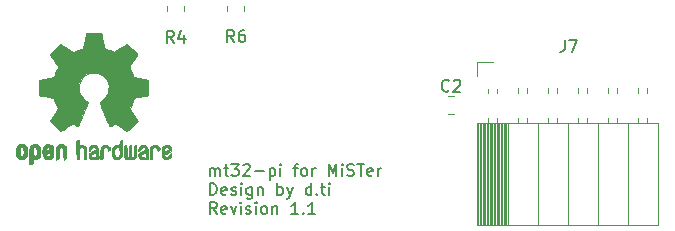
<source format=gto>
G04 #@! TF.GenerationSoftware,KiCad,Pcbnew,(6.0.4)*
G04 #@! TF.CreationDate,2022-03-24T17:42:47+01:00*
G04 #@! TF.ProjectId,MT32pi-MiSTer,4d543332-7069-42d4-9d69-535465722e6b,rev?*
G04 #@! TF.SameCoordinates,Original*
G04 #@! TF.FileFunction,Legend,Top*
G04 #@! TF.FilePolarity,Positive*
%FSLAX46Y46*%
G04 Gerber Fmt 4.6, Leading zero omitted, Abs format (unit mm)*
G04 Created by KiCad (PCBNEW (6.0.4)) date 2022-03-24 17:42:47*
%MOMM*%
%LPD*%
G01*
G04 APERTURE LIST*
%ADD10C,0.150000*%
%ADD11C,0.120000*%
%ADD12C,0.010000*%
G04 APERTURE END LIST*
D10*
X97635595Y-73942380D02*
X97635595Y-73275714D01*
X97635595Y-73370952D02*
X97683214Y-73323333D01*
X97778452Y-73275714D01*
X97921309Y-73275714D01*
X98016547Y-73323333D01*
X98064166Y-73418571D01*
X98064166Y-73942380D01*
X98064166Y-73418571D02*
X98111785Y-73323333D01*
X98207023Y-73275714D01*
X98349880Y-73275714D01*
X98445119Y-73323333D01*
X98492738Y-73418571D01*
X98492738Y-73942380D01*
X98826071Y-73275714D02*
X99207023Y-73275714D01*
X98968928Y-72942380D02*
X98968928Y-73799523D01*
X99016547Y-73894761D01*
X99111785Y-73942380D01*
X99207023Y-73942380D01*
X99445119Y-72942380D02*
X100064166Y-72942380D01*
X99730833Y-73323333D01*
X99873690Y-73323333D01*
X99968928Y-73370952D01*
X100016547Y-73418571D01*
X100064166Y-73513809D01*
X100064166Y-73751904D01*
X100016547Y-73847142D01*
X99968928Y-73894761D01*
X99873690Y-73942380D01*
X99587976Y-73942380D01*
X99492738Y-73894761D01*
X99445119Y-73847142D01*
X100445119Y-73037619D02*
X100492738Y-72990000D01*
X100587976Y-72942380D01*
X100826071Y-72942380D01*
X100921309Y-72990000D01*
X100968928Y-73037619D01*
X101016547Y-73132857D01*
X101016547Y-73228095D01*
X100968928Y-73370952D01*
X100397500Y-73942380D01*
X101016547Y-73942380D01*
X101445119Y-73561428D02*
X102207023Y-73561428D01*
X102683214Y-73275714D02*
X102683214Y-74275714D01*
X102683214Y-73323333D02*
X102778452Y-73275714D01*
X102968928Y-73275714D01*
X103064166Y-73323333D01*
X103111785Y-73370952D01*
X103159404Y-73466190D01*
X103159404Y-73751904D01*
X103111785Y-73847142D01*
X103064166Y-73894761D01*
X102968928Y-73942380D01*
X102778452Y-73942380D01*
X102683214Y-73894761D01*
X103587976Y-73942380D02*
X103587976Y-73275714D01*
X103587976Y-72942380D02*
X103540357Y-72990000D01*
X103587976Y-73037619D01*
X103635595Y-72990000D01*
X103587976Y-72942380D01*
X103587976Y-73037619D01*
X104683214Y-73275714D02*
X105064166Y-73275714D01*
X104826071Y-73942380D02*
X104826071Y-73085238D01*
X104873690Y-72990000D01*
X104968928Y-72942380D01*
X105064166Y-72942380D01*
X105540357Y-73942380D02*
X105445119Y-73894761D01*
X105397500Y-73847142D01*
X105349880Y-73751904D01*
X105349880Y-73466190D01*
X105397500Y-73370952D01*
X105445119Y-73323333D01*
X105540357Y-73275714D01*
X105683214Y-73275714D01*
X105778452Y-73323333D01*
X105826071Y-73370952D01*
X105873690Y-73466190D01*
X105873690Y-73751904D01*
X105826071Y-73847142D01*
X105778452Y-73894761D01*
X105683214Y-73942380D01*
X105540357Y-73942380D01*
X106302261Y-73942380D02*
X106302261Y-73275714D01*
X106302261Y-73466190D02*
X106349880Y-73370952D01*
X106397500Y-73323333D01*
X106492738Y-73275714D01*
X106587976Y-73275714D01*
X107683214Y-73942380D02*
X107683214Y-72942380D01*
X108016547Y-73656666D01*
X108349880Y-72942380D01*
X108349880Y-73942380D01*
X108826071Y-73942380D02*
X108826071Y-73275714D01*
X108826071Y-72942380D02*
X108778452Y-72990000D01*
X108826071Y-73037619D01*
X108873690Y-72990000D01*
X108826071Y-72942380D01*
X108826071Y-73037619D01*
X109254642Y-73894761D02*
X109397500Y-73942380D01*
X109635595Y-73942380D01*
X109730833Y-73894761D01*
X109778452Y-73847142D01*
X109826071Y-73751904D01*
X109826071Y-73656666D01*
X109778452Y-73561428D01*
X109730833Y-73513809D01*
X109635595Y-73466190D01*
X109445119Y-73418571D01*
X109349880Y-73370952D01*
X109302261Y-73323333D01*
X109254642Y-73228095D01*
X109254642Y-73132857D01*
X109302261Y-73037619D01*
X109349880Y-72990000D01*
X109445119Y-72942380D01*
X109683214Y-72942380D01*
X109826071Y-72990000D01*
X110111785Y-72942380D02*
X110683214Y-72942380D01*
X110397500Y-73942380D02*
X110397500Y-72942380D01*
X111397500Y-73894761D02*
X111302261Y-73942380D01*
X111111785Y-73942380D01*
X111016547Y-73894761D01*
X110968928Y-73799523D01*
X110968928Y-73418571D01*
X111016547Y-73323333D01*
X111111785Y-73275714D01*
X111302261Y-73275714D01*
X111397500Y-73323333D01*
X111445119Y-73418571D01*
X111445119Y-73513809D01*
X110968928Y-73609047D01*
X111873690Y-73942380D02*
X111873690Y-73275714D01*
X111873690Y-73466190D02*
X111921309Y-73370952D01*
X111968928Y-73323333D01*
X112064166Y-73275714D01*
X112159404Y-73275714D01*
X97635595Y-75552380D02*
X97635595Y-74552380D01*
X97873690Y-74552380D01*
X98016547Y-74600000D01*
X98111785Y-74695238D01*
X98159404Y-74790476D01*
X98207023Y-74980952D01*
X98207023Y-75123809D01*
X98159404Y-75314285D01*
X98111785Y-75409523D01*
X98016547Y-75504761D01*
X97873690Y-75552380D01*
X97635595Y-75552380D01*
X99016547Y-75504761D02*
X98921309Y-75552380D01*
X98730833Y-75552380D01*
X98635595Y-75504761D01*
X98587976Y-75409523D01*
X98587976Y-75028571D01*
X98635595Y-74933333D01*
X98730833Y-74885714D01*
X98921309Y-74885714D01*
X99016547Y-74933333D01*
X99064166Y-75028571D01*
X99064166Y-75123809D01*
X98587976Y-75219047D01*
X99445119Y-75504761D02*
X99540357Y-75552380D01*
X99730833Y-75552380D01*
X99826071Y-75504761D01*
X99873690Y-75409523D01*
X99873690Y-75361904D01*
X99826071Y-75266666D01*
X99730833Y-75219047D01*
X99587976Y-75219047D01*
X99492738Y-75171428D01*
X99445119Y-75076190D01*
X99445119Y-75028571D01*
X99492738Y-74933333D01*
X99587976Y-74885714D01*
X99730833Y-74885714D01*
X99826071Y-74933333D01*
X100302261Y-75552380D02*
X100302261Y-74885714D01*
X100302261Y-74552380D02*
X100254642Y-74600000D01*
X100302261Y-74647619D01*
X100349880Y-74600000D01*
X100302261Y-74552380D01*
X100302261Y-74647619D01*
X101207023Y-74885714D02*
X101207023Y-75695238D01*
X101159404Y-75790476D01*
X101111785Y-75838095D01*
X101016547Y-75885714D01*
X100873690Y-75885714D01*
X100778452Y-75838095D01*
X101207023Y-75504761D02*
X101111785Y-75552380D01*
X100921309Y-75552380D01*
X100826071Y-75504761D01*
X100778452Y-75457142D01*
X100730833Y-75361904D01*
X100730833Y-75076190D01*
X100778452Y-74980952D01*
X100826071Y-74933333D01*
X100921309Y-74885714D01*
X101111785Y-74885714D01*
X101207023Y-74933333D01*
X101683214Y-74885714D02*
X101683214Y-75552380D01*
X101683214Y-74980952D02*
X101730833Y-74933333D01*
X101826071Y-74885714D01*
X101968928Y-74885714D01*
X102064166Y-74933333D01*
X102111785Y-75028571D01*
X102111785Y-75552380D01*
X103349880Y-75552380D02*
X103349880Y-74552380D01*
X103349880Y-74933333D02*
X103445119Y-74885714D01*
X103635595Y-74885714D01*
X103730833Y-74933333D01*
X103778452Y-74980952D01*
X103826071Y-75076190D01*
X103826071Y-75361904D01*
X103778452Y-75457142D01*
X103730833Y-75504761D01*
X103635595Y-75552380D01*
X103445119Y-75552380D01*
X103349880Y-75504761D01*
X104159404Y-74885714D02*
X104397500Y-75552380D01*
X104635595Y-74885714D02*
X104397500Y-75552380D01*
X104302261Y-75790476D01*
X104254642Y-75838095D01*
X104159404Y-75885714D01*
X106207023Y-75552380D02*
X106207023Y-74552380D01*
X106207023Y-75504761D02*
X106111785Y-75552380D01*
X105921309Y-75552380D01*
X105826071Y-75504761D01*
X105778452Y-75457142D01*
X105730833Y-75361904D01*
X105730833Y-75076190D01*
X105778452Y-74980952D01*
X105826071Y-74933333D01*
X105921309Y-74885714D01*
X106111785Y-74885714D01*
X106207023Y-74933333D01*
X106683214Y-75457142D02*
X106730833Y-75504761D01*
X106683214Y-75552380D01*
X106635595Y-75504761D01*
X106683214Y-75457142D01*
X106683214Y-75552380D01*
X107016547Y-74885714D02*
X107397500Y-74885714D01*
X107159404Y-74552380D02*
X107159404Y-75409523D01*
X107207023Y-75504761D01*
X107302261Y-75552380D01*
X107397500Y-75552380D01*
X107730833Y-75552380D02*
X107730833Y-74885714D01*
X107730833Y-74552380D02*
X107683214Y-74600000D01*
X107730833Y-74647619D01*
X107778452Y-74600000D01*
X107730833Y-74552380D01*
X107730833Y-74647619D01*
X98207023Y-77162380D02*
X97873690Y-76686190D01*
X97635595Y-77162380D02*
X97635595Y-76162380D01*
X98016547Y-76162380D01*
X98111785Y-76210000D01*
X98159404Y-76257619D01*
X98207023Y-76352857D01*
X98207023Y-76495714D01*
X98159404Y-76590952D01*
X98111785Y-76638571D01*
X98016547Y-76686190D01*
X97635595Y-76686190D01*
X99016547Y-77114761D02*
X98921309Y-77162380D01*
X98730833Y-77162380D01*
X98635595Y-77114761D01*
X98587976Y-77019523D01*
X98587976Y-76638571D01*
X98635595Y-76543333D01*
X98730833Y-76495714D01*
X98921309Y-76495714D01*
X99016547Y-76543333D01*
X99064166Y-76638571D01*
X99064166Y-76733809D01*
X98587976Y-76829047D01*
X99397500Y-76495714D02*
X99635595Y-77162380D01*
X99873690Y-76495714D01*
X100254642Y-77162380D02*
X100254642Y-76495714D01*
X100254642Y-76162380D02*
X100207023Y-76210000D01*
X100254642Y-76257619D01*
X100302261Y-76210000D01*
X100254642Y-76162380D01*
X100254642Y-76257619D01*
X100683214Y-77114761D02*
X100778452Y-77162380D01*
X100968928Y-77162380D01*
X101064166Y-77114761D01*
X101111785Y-77019523D01*
X101111785Y-76971904D01*
X101064166Y-76876666D01*
X100968928Y-76829047D01*
X100826071Y-76829047D01*
X100730833Y-76781428D01*
X100683214Y-76686190D01*
X100683214Y-76638571D01*
X100730833Y-76543333D01*
X100826071Y-76495714D01*
X100968928Y-76495714D01*
X101064166Y-76543333D01*
X101540357Y-77162380D02*
X101540357Y-76495714D01*
X101540357Y-76162380D02*
X101492738Y-76210000D01*
X101540357Y-76257619D01*
X101587976Y-76210000D01*
X101540357Y-76162380D01*
X101540357Y-76257619D01*
X102159404Y-77162380D02*
X102064166Y-77114761D01*
X102016547Y-77067142D01*
X101968928Y-76971904D01*
X101968928Y-76686190D01*
X102016547Y-76590952D01*
X102064166Y-76543333D01*
X102159404Y-76495714D01*
X102302261Y-76495714D01*
X102397500Y-76543333D01*
X102445119Y-76590952D01*
X102492738Y-76686190D01*
X102492738Y-76971904D01*
X102445119Y-77067142D01*
X102397500Y-77114761D01*
X102302261Y-77162380D01*
X102159404Y-77162380D01*
X102921309Y-76495714D02*
X102921309Y-77162380D01*
X102921309Y-76590952D02*
X102968928Y-76543333D01*
X103064166Y-76495714D01*
X103207023Y-76495714D01*
X103302261Y-76543333D01*
X103349880Y-76638571D01*
X103349880Y-77162380D01*
X105111785Y-77162380D02*
X104540357Y-77162380D01*
X104826071Y-77162380D02*
X104826071Y-76162380D01*
X104730833Y-76305238D01*
X104635595Y-76400476D01*
X104540357Y-76448095D01*
X105540357Y-77067142D02*
X105587976Y-77114761D01*
X105540357Y-77162380D01*
X105492738Y-77114761D01*
X105540357Y-77067142D01*
X105540357Y-77162380D01*
X106540357Y-77162380D02*
X105968928Y-77162380D01*
X106254642Y-77162380D02*
X106254642Y-76162380D01*
X106159404Y-76305238D01*
X106064166Y-76400476D01*
X105968928Y-76448095D01*
X127666666Y-62452380D02*
X127666666Y-63166666D01*
X127619047Y-63309523D01*
X127523809Y-63404761D01*
X127380952Y-63452380D01*
X127285714Y-63452380D01*
X128047619Y-62452380D02*
X128714285Y-62452380D01*
X128285714Y-63452380D01*
X94583333Y-62652380D02*
X94250000Y-62176190D01*
X94011904Y-62652380D02*
X94011904Y-61652380D01*
X94392857Y-61652380D01*
X94488095Y-61700000D01*
X94535714Y-61747619D01*
X94583333Y-61842857D01*
X94583333Y-61985714D01*
X94535714Y-62080952D01*
X94488095Y-62128571D01*
X94392857Y-62176190D01*
X94011904Y-62176190D01*
X95440476Y-61985714D02*
X95440476Y-62652380D01*
X95202380Y-61604761D02*
X94964285Y-62319047D01*
X95583333Y-62319047D01*
X117883333Y-66707142D02*
X117835714Y-66754761D01*
X117692857Y-66802380D01*
X117597619Y-66802380D01*
X117454761Y-66754761D01*
X117359523Y-66659523D01*
X117311904Y-66564285D01*
X117264285Y-66373809D01*
X117264285Y-66230952D01*
X117311904Y-66040476D01*
X117359523Y-65945238D01*
X117454761Y-65850000D01*
X117597619Y-65802380D01*
X117692857Y-65802380D01*
X117835714Y-65850000D01*
X117883333Y-65897619D01*
X118264285Y-65897619D02*
X118311904Y-65850000D01*
X118407142Y-65802380D01*
X118645238Y-65802380D01*
X118740476Y-65850000D01*
X118788095Y-65897619D01*
X118835714Y-65992857D01*
X118835714Y-66088095D01*
X118788095Y-66230952D01*
X118216666Y-66802380D01*
X118835714Y-66802380D01*
X99683333Y-62602380D02*
X99350000Y-62126190D01*
X99111904Y-62602380D02*
X99111904Y-61602380D01*
X99492857Y-61602380D01*
X99588095Y-61650000D01*
X99635714Y-61697619D01*
X99683333Y-61792857D01*
X99683333Y-61935714D01*
X99635714Y-62030952D01*
X99588095Y-62078571D01*
X99492857Y-62126190D01*
X99111904Y-62126190D01*
X100540476Y-61602380D02*
X100350000Y-61602380D01*
X100254761Y-61650000D01*
X100207142Y-61697619D01*
X100111904Y-61840476D01*
X100064285Y-62030952D01*
X100064285Y-62411904D01*
X100111904Y-62507142D01*
X100159523Y-62554761D01*
X100254761Y-62602380D01*
X100445238Y-62602380D01*
X100540476Y-62554761D01*
X100588095Y-62507142D01*
X100635714Y-62411904D01*
X100635714Y-62173809D01*
X100588095Y-62078571D01*
X100540476Y-62030952D01*
X100445238Y-61983333D01*
X100254761Y-61983333D01*
X100159523Y-62030952D01*
X100111904Y-62078571D01*
X100064285Y-62173809D01*
D11*
X133920000Y-66940000D02*
X133920000Y-66500000D01*
X121940000Y-69450000D02*
X121940000Y-69040000D01*
X122023330Y-78080000D02*
X122023330Y-69450000D01*
X133920000Y-69450000D02*
X133920000Y-69040000D01*
X121787140Y-78080000D02*
X121787140Y-69450000D01*
X134640000Y-69450000D02*
X134640000Y-69040000D01*
X120250000Y-65450000D02*
X120250000Y-64340000D01*
X124480000Y-69450000D02*
X124480000Y-69040000D01*
X127020000Y-69450000D02*
X127020000Y-69040000D01*
X120842380Y-78080000D02*
X120842380Y-69450000D01*
X127930000Y-78080000D02*
X127930000Y-69450000D01*
X120250000Y-69450000D02*
X135610000Y-69450000D01*
X121078570Y-78080000D02*
X121078570Y-69450000D01*
X131380000Y-66940000D02*
X131380000Y-66500000D01*
X122613805Y-78080000D02*
X122613805Y-69450000D01*
X121550950Y-78080000D02*
X121550950Y-69450000D01*
X135610000Y-78080000D02*
X135610000Y-69450000D01*
X134640000Y-66940000D02*
X134640000Y-66500000D01*
X124480000Y-66940000D02*
X124480000Y-66500000D01*
X120960475Y-78080000D02*
X120960475Y-69450000D01*
X125390000Y-78080000D02*
X125390000Y-69450000D01*
X121905235Y-78080000D02*
X121905235Y-69450000D01*
X120250000Y-64340000D02*
X121580000Y-64340000D01*
X129560000Y-69450000D02*
X129560000Y-69040000D01*
X120724285Y-78080000D02*
X120724285Y-69450000D01*
X122495710Y-78080000D02*
X122495710Y-69450000D01*
X122141425Y-78080000D02*
X122141425Y-69450000D01*
X131380000Y-69450000D02*
X131380000Y-69040000D01*
X122259520Y-78080000D02*
X122259520Y-69450000D01*
X121940000Y-66940000D02*
X121940000Y-66560000D01*
X121196665Y-78080000D02*
X121196665Y-69450000D01*
X121669045Y-78080000D02*
X121669045Y-69450000D01*
X126300000Y-66940000D02*
X126300000Y-66500000D01*
X121432855Y-78080000D02*
X121432855Y-69450000D01*
X120250000Y-78080000D02*
X120250000Y-69450000D01*
X122377615Y-78080000D02*
X122377615Y-69450000D01*
X122850000Y-78080000D02*
X122850000Y-69450000D01*
X133010000Y-78080000D02*
X133010000Y-69450000D01*
X120488095Y-78080000D02*
X120488095Y-69450000D01*
X130470000Y-78080000D02*
X130470000Y-69450000D01*
X121220000Y-69450000D02*
X121220000Y-69040000D01*
X126300000Y-69450000D02*
X126300000Y-69040000D01*
X121220000Y-66940000D02*
X121220000Y-66560000D01*
X120250000Y-78080000D02*
X135610000Y-78080000D01*
X120606190Y-78080000D02*
X120606190Y-69450000D01*
X120370000Y-78080000D02*
X120370000Y-69450000D01*
X128840000Y-66940000D02*
X128840000Y-66500000D01*
X127020000Y-66940000D02*
X127020000Y-66500000D01*
X132100000Y-69450000D02*
X132100000Y-69040000D01*
X122731900Y-78080000D02*
X122731900Y-69450000D01*
X128840000Y-69450000D02*
X128840000Y-69040000D01*
X132100000Y-66940000D02*
X132100000Y-66500000D01*
X129560000Y-66940000D02*
X129560000Y-66500000D01*
X121314760Y-78080000D02*
X121314760Y-69450000D01*
X123760000Y-69450000D02*
X123760000Y-69040000D01*
X123760000Y-66940000D02*
X123760000Y-66500000D01*
X95477000Y-59566436D02*
X95477000Y-60020564D01*
X94007000Y-59566436D02*
X94007000Y-60020564D01*
X118311252Y-67215000D02*
X117788748Y-67215000D01*
X118311252Y-68685000D02*
X117788748Y-68685000D01*
X99087000Y-59566436D02*
X99087000Y-60020564D01*
X100557000Y-59566436D02*
X100557000Y-60020564D01*
G36*
X85217429Y-71277719D02*
G01*
X85311123Y-71331914D01*
X85376264Y-71385707D01*
X85423907Y-71442066D01*
X85456728Y-71510987D01*
X85477406Y-71602468D01*
X85488620Y-71726506D01*
X85493049Y-71893098D01*
X85493563Y-72012851D01*
X85493563Y-72453659D01*
X85369483Y-72509283D01*
X85245402Y-72564907D01*
X85230805Y-72082095D01*
X85224773Y-71901779D01*
X85218445Y-71770901D01*
X85210606Y-71680511D01*
X85200037Y-71621664D01*
X85185523Y-71585413D01*
X85165848Y-71562810D01*
X85159535Y-71557917D01*
X85063888Y-71519706D01*
X84967207Y-71534827D01*
X84909655Y-71574943D01*
X84886245Y-71603370D01*
X84870039Y-71640672D01*
X84859741Y-71697223D01*
X84854049Y-71783394D01*
X84851664Y-71909558D01*
X84851264Y-72041042D01*
X84851186Y-72205999D01*
X84848361Y-72322761D01*
X84838907Y-72401510D01*
X84818940Y-72452431D01*
X84784576Y-72485706D01*
X84731932Y-72511520D01*
X84661617Y-72538344D01*
X84584820Y-72567542D01*
X84593962Y-72049346D01*
X84597643Y-71862539D01*
X84601950Y-71724490D01*
X84608123Y-71625568D01*
X84617402Y-71556145D01*
X84631027Y-71506590D01*
X84650239Y-71467273D01*
X84673402Y-71432584D01*
X84785152Y-71321770D01*
X84921513Y-71257689D01*
X85069825Y-71242339D01*
X85217429Y-71277719D01*
G37*
D12*
X85217429Y-71277719D02*
X85311123Y-71331914D01*
X85376264Y-71385707D01*
X85423907Y-71442066D01*
X85456728Y-71510987D01*
X85477406Y-71602468D01*
X85488620Y-71726506D01*
X85493049Y-71893098D01*
X85493563Y-72012851D01*
X85493563Y-72453659D01*
X85369483Y-72509283D01*
X85245402Y-72564907D01*
X85230805Y-72082095D01*
X85224773Y-71901779D01*
X85218445Y-71770901D01*
X85210606Y-71680511D01*
X85200037Y-71621664D01*
X85185523Y-71585413D01*
X85165848Y-71562810D01*
X85159535Y-71557917D01*
X85063888Y-71519706D01*
X84967207Y-71534827D01*
X84909655Y-71574943D01*
X84886245Y-71603370D01*
X84870039Y-71640672D01*
X84859741Y-71697223D01*
X84854049Y-71783394D01*
X84851664Y-71909558D01*
X84851264Y-72041042D01*
X84851186Y-72205999D01*
X84848361Y-72322761D01*
X84838907Y-72401510D01*
X84818940Y-72452431D01*
X84784576Y-72485706D01*
X84731932Y-72511520D01*
X84661617Y-72538344D01*
X84584820Y-72567542D01*
X84593962Y-72049346D01*
X84597643Y-71862539D01*
X84601950Y-71724490D01*
X84608123Y-71625568D01*
X84617402Y-71556145D01*
X84631027Y-71506590D01*
X84650239Y-71467273D01*
X84673402Y-71432584D01*
X84785152Y-71321770D01*
X84921513Y-71257689D01*
X85069825Y-71242339D01*
X85217429Y-71277719D01*
G36*
X82356247Y-71725382D02*
G01*
X82361826Y-71630087D01*
X82369746Y-71562364D01*
X82380731Y-71514507D01*
X82395501Y-71478813D01*
X82414782Y-71447578D01*
X82423049Y-71435824D01*
X82532712Y-71324797D01*
X82671365Y-71261847D01*
X82831754Y-71244297D01*
X82971900Y-71261903D01*
X83083450Y-71317522D01*
X83181908Y-71419931D01*
X83209023Y-71457864D01*
X83238562Y-71507500D01*
X83257728Y-71561412D01*
X83268693Y-71633364D01*
X83273629Y-71737122D01*
X83274713Y-71874101D01*
X83269818Y-72061815D01*
X83252804Y-72202758D01*
X83220177Y-72307908D01*
X83168442Y-72388243D01*
X83094104Y-72454741D01*
X83088642Y-72458678D01*
X83015380Y-72498953D01*
X82927160Y-72518880D01*
X82814962Y-72523793D01*
X82632567Y-72523793D01*
X82632491Y-72700857D01*
X82630793Y-72799470D01*
X82620450Y-72857314D01*
X82593422Y-72892006D01*
X82541668Y-72921164D01*
X82529239Y-72927121D01*
X82471077Y-72955039D01*
X82426044Y-72972672D01*
X82392559Y-72974194D01*
X82369038Y-72953781D01*
X82353900Y-72905607D01*
X82345563Y-72823846D01*
X82342444Y-72702672D01*
X82342960Y-72536260D01*
X82345529Y-72318785D01*
X82346332Y-72253736D01*
X82349222Y-72029502D01*
X82351812Y-71882821D01*
X82632414Y-71882821D01*
X82633991Y-72007326D01*
X82641000Y-72088787D01*
X82656858Y-72142515D01*
X82684981Y-72183823D01*
X82704075Y-72203971D01*
X82782135Y-72262921D01*
X82851247Y-72267720D01*
X82922560Y-72219038D01*
X82924368Y-72217241D01*
X82953383Y-72179618D01*
X82971033Y-72128484D01*
X82979936Y-72049738D01*
X82982709Y-71929276D01*
X82982759Y-71902588D01*
X82976058Y-71736583D01*
X82954248Y-71621505D01*
X82914765Y-71551254D01*
X82855044Y-71519729D01*
X82820528Y-71516552D01*
X82738611Y-71531460D01*
X82682421Y-71580548D01*
X82648598Y-71670362D01*
X82633780Y-71807445D01*
X82632414Y-71882821D01*
X82351812Y-71882821D01*
X82352287Y-71855952D01*
X82356247Y-71725382D01*
G37*
X82356247Y-71725382D02*
X82361826Y-71630087D01*
X82369746Y-71562364D01*
X82380731Y-71514507D01*
X82395501Y-71478813D01*
X82414782Y-71447578D01*
X82423049Y-71435824D01*
X82532712Y-71324797D01*
X82671365Y-71261847D01*
X82831754Y-71244297D01*
X82971900Y-71261903D01*
X83083450Y-71317522D01*
X83181908Y-71419931D01*
X83209023Y-71457864D01*
X83238562Y-71507500D01*
X83257728Y-71561412D01*
X83268693Y-71633364D01*
X83273629Y-71737122D01*
X83274713Y-71874101D01*
X83269818Y-72061815D01*
X83252804Y-72202758D01*
X83220177Y-72307908D01*
X83168442Y-72388243D01*
X83094104Y-72454741D01*
X83088642Y-72458678D01*
X83015380Y-72498953D01*
X82927160Y-72518880D01*
X82814962Y-72523793D01*
X82632567Y-72523793D01*
X82632491Y-72700857D01*
X82630793Y-72799470D01*
X82620450Y-72857314D01*
X82593422Y-72892006D01*
X82541668Y-72921164D01*
X82529239Y-72927121D01*
X82471077Y-72955039D01*
X82426044Y-72972672D01*
X82392559Y-72974194D01*
X82369038Y-72953781D01*
X82353900Y-72905607D01*
X82345563Y-72823846D01*
X82342444Y-72702672D01*
X82342960Y-72536260D01*
X82345529Y-72318785D01*
X82346332Y-72253736D01*
X82349222Y-72029502D01*
X82351812Y-71882821D01*
X82632414Y-71882821D01*
X82633991Y-72007326D01*
X82641000Y-72088787D01*
X82656858Y-72142515D01*
X82684981Y-72183823D01*
X82704075Y-72203971D01*
X82782135Y-72262921D01*
X82851247Y-72267720D01*
X82922560Y-72219038D01*
X82924368Y-72217241D01*
X82953383Y-72179618D01*
X82971033Y-72128484D01*
X82979936Y-72049738D01*
X82982709Y-71929276D01*
X82982759Y-71902588D01*
X82976058Y-71736583D01*
X82954248Y-71621505D01*
X82914765Y-71551254D01*
X82855044Y-71519729D01*
X82820528Y-71516552D01*
X82738611Y-71531460D01*
X82682421Y-71580548D01*
X82648598Y-71670362D01*
X82633780Y-71807445D01*
X82632414Y-71882821D01*
X82351812Y-71882821D01*
X82352287Y-71855952D01*
X82356247Y-71725382D01*
G36*
X89378472Y-71604195D02*
G01*
X89423548Y-71500632D01*
X89493928Y-71419856D01*
X89548743Y-71378455D01*
X89648376Y-71333728D01*
X89763855Y-71312967D01*
X89871199Y-71318525D01*
X89931264Y-71340943D01*
X89954835Y-71347323D01*
X89970477Y-71323535D01*
X89981395Y-71259788D01*
X89989655Y-71162687D01*
X89998699Y-71054541D01*
X90011261Y-70989475D01*
X90034119Y-70952268D01*
X90074051Y-70927699D01*
X90099138Y-70916819D01*
X90194023Y-70877072D01*
X90193914Y-71554455D01*
X90193543Y-71772661D01*
X90192108Y-71940519D01*
X90189002Y-72066070D01*
X90183622Y-72157355D01*
X90175362Y-72222415D01*
X90163616Y-72269291D01*
X90147781Y-72306024D01*
X90135790Y-72326991D01*
X90036490Y-72440694D01*
X89910588Y-72511965D01*
X89771291Y-72537538D01*
X89631805Y-72514150D01*
X89548743Y-72472119D01*
X89461545Y-72399411D01*
X89402117Y-72310612D01*
X89366261Y-72194320D01*
X89349781Y-72039135D01*
X89347447Y-71925287D01*
X89347761Y-71917106D01*
X89551724Y-71917106D01*
X89552970Y-72047657D01*
X89558678Y-72134080D01*
X89571804Y-72190618D01*
X89595306Y-72231514D01*
X89623386Y-72262362D01*
X89717688Y-72321905D01*
X89818940Y-72326992D01*
X89914636Y-72277279D01*
X89922084Y-72270543D01*
X89953874Y-72235502D01*
X89973808Y-72193811D01*
X89984600Y-72131762D01*
X89988965Y-72035644D01*
X89989655Y-71929379D01*
X89988159Y-71795880D01*
X89981964Y-71706822D01*
X89968514Y-71648293D01*
X89945251Y-71606382D01*
X89926175Y-71584123D01*
X89837563Y-71527985D01*
X89735508Y-71521235D01*
X89638095Y-71564114D01*
X89619296Y-71580032D01*
X89587293Y-71615382D01*
X89567318Y-71657502D01*
X89556593Y-71720251D01*
X89552339Y-71817487D01*
X89551724Y-71917106D01*
X89347761Y-71917106D01*
X89354504Y-71741947D01*
X89378472Y-71604195D01*
G37*
X89378472Y-71604195D02*
X89423548Y-71500632D01*
X89493928Y-71419856D01*
X89548743Y-71378455D01*
X89648376Y-71333728D01*
X89763855Y-71312967D01*
X89871199Y-71318525D01*
X89931264Y-71340943D01*
X89954835Y-71347323D01*
X89970477Y-71323535D01*
X89981395Y-71259788D01*
X89989655Y-71162687D01*
X89998699Y-71054541D01*
X90011261Y-70989475D01*
X90034119Y-70952268D01*
X90074051Y-70927699D01*
X90099138Y-70916819D01*
X90194023Y-70877072D01*
X90193914Y-71554455D01*
X90193543Y-71772661D01*
X90192108Y-71940519D01*
X90189002Y-72066070D01*
X90183622Y-72157355D01*
X90175362Y-72222415D01*
X90163616Y-72269291D01*
X90147781Y-72306024D01*
X90135790Y-72326991D01*
X90036490Y-72440694D01*
X89910588Y-72511965D01*
X89771291Y-72537538D01*
X89631805Y-72514150D01*
X89548743Y-72472119D01*
X89461545Y-72399411D01*
X89402117Y-72310612D01*
X89366261Y-72194320D01*
X89349781Y-72039135D01*
X89347447Y-71925287D01*
X89347761Y-71917106D01*
X89551724Y-71917106D01*
X89552970Y-72047657D01*
X89558678Y-72134080D01*
X89571804Y-72190618D01*
X89595306Y-72231514D01*
X89623386Y-72262362D01*
X89717688Y-72321905D01*
X89818940Y-72326992D01*
X89914636Y-72277279D01*
X89922084Y-72270543D01*
X89953874Y-72235502D01*
X89973808Y-72193811D01*
X89984600Y-72131762D01*
X89988965Y-72035644D01*
X89989655Y-71929379D01*
X89988159Y-71795880D01*
X89981964Y-71706822D01*
X89968514Y-71648293D01*
X89945251Y-71606382D01*
X89926175Y-71584123D01*
X89837563Y-71527985D01*
X89735508Y-71521235D01*
X89638095Y-71564114D01*
X89619296Y-71580032D01*
X89587293Y-71615382D01*
X89567318Y-71657502D01*
X89556593Y-71720251D01*
X89552339Y-71817487D01*
X89551724Y-71917106D01*
X89347761Y-71917106D01*
X89354504Y-71741947D01*
X89378472Y-71604195D01*
G36*
X91380124Y-71339840D02*
G01*
X91384579Y-71416653D01*
X91388071Y-71533391D01*
X91390315Y-71680821D01*
X91391035Y-71835455D01*
X91391035Y-72358727D01*
X91298645Y-72451117D01*
X91234978Y-72508047D01*
X91179089Y-72531107D01*
X91102702Y-72529647D01*
X91072380Y-72525934D01*
X90977610Y-72515126D01*
X90899222Y-72508933D01*
X90880115Y-72508361D01*
X90815699Y-72512102D01*
X90723571Y-72521494D01*
X90687850Y-72525934D01*
X90600114Y-72532801D01*
X90541153Y-72517885D01*
X90482690Y-72471835D01*
X90461585Y-72451117D01*
X90369195Y-72358727D01*
X90369195Y-71379947D01*
X90443558Y-71346066D01*
X90507590Y-71320970D01*
X90545052Y-71312184D01*
X90554657Y-71339950D01*
X90563635Y-71417530D01*
X90571386Y-71536348D01*
X90577314Y-71687828D01*
X90580173Y-71815805D01*
X90588161Y-72319425D01*
X90657848Y-72329278D01*
X90721229Y-72322389D01*
X90752286Y-72300083D01*
X90760967Y-72258379D01*
X90768378Y-72169544D01*
X90773931Y-72044834D01*
X90777036Y-71895507D01*
X90777484Y-71818661D01*
X90777931Y-71376287D01*
X90869874Y-71344235D01*
X90934949Y-71322443D01*
X90970347Y-71312281D01*
X90971368Y-71312184D01*
X90974920Y-71339809D01*
X90978823Y-71416411D01*
X90982751Y-71532579D01*
X90986376Y-71678904D01*
X90988908Y-71815805D01*
X90996897Y-72319425D01*
X91172069Y-72319425D01*
X91180107Y-71859965D01*
X91188146Y-71400505D01*
X91273543Y-71356344D01*
X91336593Y-71326019D01*
X91373910Y-71312258D01*
X91374987Y-71312184D01*
X91380124Y-71339840D01*
G37*
X91380124Y-71339840D02*
X91384579Y-71416653D01*
X91388071Y-71533391D01*
X91390315Y-71680821D01*
X91391035Y-71835455D01*
X91391035Y-72358727D01*
X91298645Y-72451117D01*
X91234978Y-72508047D01*
X91179089Y-72531107D01*
X91102702Y-72529647D01*
X91072380Y-72525934D01*
X90977610Y-72515126D01*
X90899222Y-72508933D01*
X90880115Y-72508361D01*
X90815699Y-72512102D01*
X90723571Y-72521494D01*
X90687850Y-72525934D01*
X90600114Y-72532801D01*
X90541153Y-72517885D01*
X90482690Y-72471835D01*
X90461585Y-72451117D01*
X90369195Y-72358727D01*
X90369195Y-71379947D01*
X90443558Y-71346066D01*
X90507590Y-71320970D01*
X90545052Y-71312184D01*
X90554657Y-71339950D01*
X90563635Y-71417530D01*
X90571386Y-71536348D01*
X90577314Y-71687828D01*
X90580173Y-71815805D01*
X90588161Y-72319425D01*
X90657848Y-72329278D01*
X90721229Y-72322389D01*
X90752286Y-72300083D01*
X90760967Y-72258379D01*
X90768378Y-72169544D01*
X90773931Y-72044834D01*
X90777036Y-71895507D01*
X90777484Y-71818661D01*
X90777931Y-71376287D01*
X90869874Y-71344235D01*
X90934949Y-71322443D01*
X90970347Y-71312281D01*
X90971368Y-71312184D01*
X90974920Y-71339809D01*
X90978823Y-71416411D01*
X90982751Y-71532579D01*
X90986376Y-71678904D01*
X90988908Y-71815805D01*
X90996897Y-72319425D01*
X91172069Y-72319425D01*
X91180107Y-71859965D01*
X91188146Y-71400505D01*
X91273543Y-71356344D01*
X91336593Y-71326019D01*
X91373910Y-71312258D01*
X91374987Y-71312184D01*
X91380124Y-71339840D01*
G36*
X93135690Y-71340018D02*
G01*
X93170585Y-71355269D01*
X93253877Y-71421235D01*
X93325103Y-71516618D01*
X93369153Y-71618406D01*
X93376322Y-71668587D01*
X93352285Y-71738647D01*
X93299561Y-71775717D01*
X93243031Y-71798164D01*
X93217146Y-71802300D01*
X93204542Y-71772283D01*
X93179654Y-71706961D01*
X93168735Y-71677445D01*
X93107508Y-71575348D01*
X93018861Y-71524423D01*
X92905193Y-71525989D01*
X92896774Y-71527994D01*
X92836088Y-71556767D01*
X92791474Y-71612859D01*
X92761002Y-71703163D01*
X92742744Y-71834571D01*
X92734771Y-72013974D01*
X92734023Y-72109433D01*
X92733652Y-72259913D01*
X92731223Y-72362495D01*
X92724760Y-72427672D01*
X92712288Y-72465938D01*
X92691833Y-72487785D01*
X92661419Y-72503707D01*
X92659661Y-72504509D01*
X92601091Y-72529272D01*
X92572075Y-72538391D01*
X92567616Y-72510822D01*
X92563799Y-72434620D01*
X92560899Y-72319541D01*
X92559191Y-72175341D01*
X92558851Y-72069814D01*
X92560588Y-71865613D01*
X92567382Y-71710697D01*
X92581607Y-71596024D01*
X92605638Y-71512551D01*
X92641848Y-71451236D01*
X92692612Y-71403034D01*
X92742739Y-71369393D01*
X92863275Y-71324619D01*
X93003557Y-71314521D01*
X93135690Y-71340018D01*
G37*
X93135690Y-71340018D02*
X93170585Y-71355269D01*
X93253877Y-71421235D01*
X93325103Y-71516618D01*
X93369153Y-71618406D01*
X93376322Y-71668587D01*
X93352285Y-71738647D01*
X93299561Y-71775717D01*
X93243031Y-71798164D01*
X93217146Y-71802300D01*
X93204542Y-71772283D01*
X93179654Y-71706961D01*
X93168735Y-71677445D01*
X93107508Y-71575348D01*
X93018861Y-71524423D01*
X92905193Y-71525989D01*
X92896774Y-71527994D01*
X92836088Y-71556767D01*
X92791474Y-71612859D01*
X92761002Y-71703163D01*
X92742744Y-71834571D01*
X92734771Y-72013974D01*
X92734023Y-72109433D01*
X92733652Y-72259913D01*
X92731223Y-72362495D01*
X92724760Y-72427672D01*
X92712288Y-72465938D01*
X92691833Y-72487785D01*
X92661419Y-72503707D01*
X92659661Y-72504509D01*
X92601091Y-72529272D01*
X92572075Y-72538391D01*
X92567616Y-72510822D01*
X92563799Y-72434620D01*
X92560899Y-72319541D01*
X92559191Y-72175341D01*
X92558851Y-72069814D01*
X92560588Y-71865613D01*
X92567382Y-71710697D01*
X92581607Y-71596024D01*
X92605638Y-71512551D01*
X92641848Y-71451236D01*
X92692612Y-71403034D01*
X92742739Y-71369393D01*
X92863275Y-71324619D01*
X93003557Y-71314521D01*
X93135690Y-71340018D01*
G36*
X88009014Y-61852998D02*
G01*
X88167006Y-61853863D01*
X88281347Y-61856205D01*
X88359407Y-61860762D01*
X88408554Y-61868270D01*
X88436159Y-61879466D01*
X88449592Y-61895088D01*
X88456221Y-61915873D01*
X88456865Y-61918563D01*
X88466935Y-61967113D01*
X88485575Y-62062905D01*
X88510845Y-62195743D01*
X88540807Y-62355431D01*
X88573522Y-62531774D01*
X88574664Y-62537967D01*
X88607433Y-62710782D01*
X88638093Y-62863469D01*
X88664664Y-62986871D01*
X88685167Y-63071831D01*
X88697626Y-63109190D01*
X88698220Y-63109852D01*
X88734919Y-63128095D01*
X88810586Y-63158497D01*
X88908878Y-63194493D01*
X88909425Y-63194685D01*
X89033233Y-63241222D01*
X89179196Y-63300504D01*
X89316781Y-63360109D01*
X89323293Y-63363056D01*
X89547390Y-63464765D01*
X90043619Y-63125897D01*
X90195846Y-63022592D01*
X90333741Y-62930237D01*
X90449315Y-62854084D01*
X90534579Y-62799385D01*
X90581544Y-62771393D01*
X90586004Y-62769317D01*
X90620134Y-62778560D01*
X90683881Y-62823156D01*
X90779731Y-62905209D01*
X90910169Y-63026821D01*
X91043328Y-63156205D01*
X91171694Y-63283702D01*
X91286581Y-63400046D01*
X91381073Y-63498052D01*
X91448253Y-63570536D01*
X91481206Y-63610313D01*
X91482432Y-63612361D01*
X91486074Y-63639656D01*
X91472350Y-63684234D01*
X91437869Y-63752112D01*
X91379239Y-63849311D01*
X91293070Y-63981851D01*
X91178200Y-64152476D01*
X91076254Y-64302655D01*
X90985123Y-64437350D01*
X90910073Y-64548740D01*
X90856369Y-64629005D01*
X90829280Y-64670325D01*
X90827574Y-64673130D01*
X90830882Y-64712721D01*
X90855953Y-64789669D01*
X90897798Y-64889432D01*
X90912712Y-64921291D01*
X90977786Y-65063226D01*
X91047212Y-65224273D01*
X91103609Y-65363621D01*
X91144247Y-65467044D01*
X91176526Y-65545642D01*
X91195178Y-65586720D01*
X91197497Y-65589885D01*
X91231803Y-65595128D01*
X91312669Y-65609494D01*
X91429343Y-65630937D01*
X91571075Y-65657413D01*
X91727110Y-65686877D01*
X91886698Y-65717283D01*
X92039085Y-65746588D01*
X92173521Y-65772745D01*
X92279252Y-65793710D01*
X92345526Y-65807439D01*
X92361782Y-65811320D01*
X92378573Y-65820900D01*
X92391249Y-65842536D01*
X92400378Y-65883531D01*
X92406531Y-65951189D01*
X92410280Y-66052812D01*
X92412192Y-66195703D01*
X92412840Y-66387165D01*
X92412874Y-66465645D01*
X92412874Y-67103906D01*
X92259598Y-67134160D01*
X92174322Y-67150564D01*
X92047070Y-67174509D01*
X91893315Y-67203107D01*
X91728534Y-67233467D01*
X91682989Y-67241806D01*
X91530932Y-67271370D01*
X91398468Y-67300442D01*
X91296714Y-67326329D01*
X91236788Y-67346337D01*
X91226805Y-67352301D01*
X91202293Y-67394534D01*
X91167148Y-67476370D01*
X91128173Y-67581683D01*
X91120442Y-67604368D01*
X91069360Y-67745018D01*
X91005954Y-67903714D01*
X90943904Y-68046225D01*
X90943598Y-68046886D01*
X90840267Y-68270440D01*
X91519961Y-69270232D01*
X91083621Y-69707300D01*
X90951649Y-69837381D01*
X90831279Y-69952048D01*
X90729273Y-70045181D01*
X90652391Y-70110658D01*
X90607393Y-70142357D01*
X90600938Y-70144368D01*
X90563040Y-70128529D01*
X90485708Y-70084496D01*
X90377389Y-70017490D01*
X90246532Y-69932734D01*
X90105052Y-69837816D01*
X89961461Y-69740998D01*
X89833435Y-69656751D01*
X89729105Y-69590258D01*
X89656600Y-69546702D01*
X89624158Y-69531264D01*
X89584576Y-69544328D01*
X89509519Y-69578750D01*
X89414468Y-69627380D01*
X89404392Y-69632785D01*
X89276391Y-69696980D01*
X89188618Y-69728463D01*
X89134028Y-69728798D01*
X89105575Y-69699548D01*
X89105410Y-69699138D01*
X89091188Y-69664498D01*
X89057269Y-69582269D01*
X89006284Y-69458814D01*
X88940862Y-69300498D01*
X88863634Y-69113686D01*
X88777229Y-68904742D01*
X88693551Y-68702446D01*
X88601588Y-68479200D01*
X88517150Y-68272392D01*
X88442769Y-68088362D01*
X88380974Y-67933451D01*
X88334297Y-67813996D01*
X88305268Y-67736339D01*
X88296322Y-67707356D01*
X88318756Y-67674110D01*
X88377439Y-67621123D01*
X88455689Y-67562704D01*
X88678534Y-67377952D01*
X88852718Y-67166182D01*
X88976154Y-66931856D01*
X89046754Y-66679434D01*
X89062431Y-66413377D01*
X89051036Y-66290575D01*
X88988950Y-66035793D01*
X88882023Y-65810801D01*
X88736889Y-65617817D01*
X88560178Y-65459061D01*
X88358522Y-65336750D01*
X88138554Y-65253105D01*
X87906906Y-65210344D01*
X87670209Y-65210687D01*
X87435095Y-65256352D01*
X87208196Y-65349559D01*
X86996144Y-65492527D01*
X86907636Y-65573383D01*
X86737889Y-65781007D01*
X86619699Y-66007895D01*
X86552278Y-66247433D01*
X86534840Y-66493007D01*
X86566598Y-66738003D01*
X86646765Y-66975808D01*
X86774555Y-67199807D01*
X86949180Y-67403387D01*
X87144312Y-67562704D01*
X87225591Y-67623602D01*
X87283009Y-67676015D01*
X87303678Y-67707406D01*
X87292856Y-67741639D01*
X87262077Y-67823419D01*
X87213874Y-67946407D01*
X87150778Y-68104263D01*
X87075322Y-68290649D01*
X86990038Y-68499226D01*
X86906219Y-68702496D01*
X86813745Y-68925933D01*
X86728089Y-69132984D01*
X86651882Y-69317286D01*
X86587753Y-69472475D01*
X86538332Y-69592188D01*
X86506248Y-69670061D01*
X86494359Y-69699138D01*
X86466274Y-69728677D01*
X86411949Y-69728591D01*
X86324395Y-69697326D01*
X86196619Y-69633329D01*
X86195608Y-69632785D01*
X86099402Y-69583121D01*
X86021631Y-69546945D01*
X85977777Y-69531408D01*
X85975842Y-69531264D01*
X85942829Y-69547024D01*
X85869946Y-69590850D01*
X85765322Y-69657557D01*
X85637090Y-69741964D01*
X85494948Y-69837816D01*
X85350233Y-69934867D01*
X85219804Y-70019270D01*
X85112110Y-70085801D01*
X85035598Y-70129238D01*
X84999062Y-70144368D01*
X84965418Y-70124482D01*
X84897776Y-70068903D01*
X84802893Y-69983754D01*
X84687530Y-69875153D01*
X84558445Y-69749221D01*
X84516229Y-69707149D01*
X84079739Y-69269931D01*
X84411977Y-68782340D01*
X84512946Y-68632605D01*
X84601562Y-68498220D01*
X84672854Y-68386969D01*
X84721850Y-68306639D01*
X84743578Y-68265014D01*
X84744215Y-68262053D01*
X84732760Y-68222818D01*
X84701949Y-68143895D01*
X84657116Y-68038509D01*
X84625647Y-67967954D01*
X84566808Y-67832876D01*
X84511396Y-67696409D01*
X84468436Y-67581103D01*
X84456766Y-67545977D01*
X84423611Y-67452174D01*
X84391201Y-67379694D01*
X84373399Y-67352301D01*
X84334114Y-67335536D01*
X84248374Y-67311770D01*
X84127303Y-67283697D01*
X83982027Y-67254009D01*
X83917012Y-67241806D01*
X83751913Y-67211468D01*
X83593552Y-67182093D01*
X83457404Y-67156569D01*
X83358943Y-67137785D01*
X83340402Y-67134160D01*
X83187127Y-67103906D01*
X83187127Y-66465645D01*
X83187471Y-66255770D01*
X83188884Y-66096980D01*
X83191936Y-65981973D01*
X83197197Y-65903446D01*
X83205237Y-65854096D01*
X83216627Y-65826619D01*
X83231937Y-65813713D01*
X83238218Y-65811320D01*
X83276104Y-65802833D01*
X83359805Y-65785900D01*
X83478567Y-65762566D01*
X83621639Y-65734875D01*
X83778268Y-65704873D01*
X83937703Y-65674604D01*
X84089191Y-65646115D01*
X84221981Y-65621449D01*
X84325319Y-65602651D01*
X84388455Y-65591767D01*
X84402503Y-65589885D01*
X84415230Y-65564704D01*
X84443400Y-65497622D01*
X84481748Y-65401333D01*
X84496391Y-65363621D01*
X84555452Y-65217921D01*
X84625000Y-65056951D01*
X84687288Y-64921291D01*
X84733121Y-64817561D01*
X84763613Y-64732326D01*
X84773792Y-64680126D01*
X84772169Y-64673130D01*
X84750657Y-64640102D01*
X84701535Y-64566643D01*
X84630077Y-64460577D01*
X84541555Y-64329726D01*
X84441241Y-64181912D01*
X84421406Y-64152734D01*
X84305012Y-63979863D01*
X84219452Y-63848226D01*
X84161316Y-63751761D01*
X84127192Y-63684408D01*
X84113669Y-63640106D01*
X84117336Y-63612794D01*
X84117430Y-63612620D01*
X84146293Y-63576746D01*
X84210133Y-63507391D01*
X84302031Y-63411745D01*
X84415067Y-63296999D01*
X84542321Y-63170341D01*
X84556672Y-63156205D01*
X84717043Y-63000903D01*
X84840805Y-62886870D01*
X84930445Y-62812002D01*
X84988448Y-62774196D01*
X85013996Y-62769317D01*
X85051282Y-62790603D01*
X85128657Y-62839773D01*
X85238133Y-62911575D01*
X85371720Y-63000755D01*
X85521430Y-63102063D01*
X85556382Y-63125897D01*
X86052610Y-63464765D01*
X86276707Y-63363056D01*
X86412989Y-63303783D01*
X86559276Y-63244170D01*
X86685035Y-63196640D01*
X86690575Y-63194685D01*
X86788943Y-63158677D01*
X86864771Y-63128229D01*
X86901718Y-63109905D01*
X86901780Y-63109852D01*
X86913504Y-63076729D01*
X86933432Y-62995267D01*
X86959587Y-62874625D01*
X86989990Y-62723959D01*
X87022663Y-62552428D01*
X87025336Y-62537967D01*
X87058110Y-62361235D01*
X87088198Y-62200810D01*
X87113661Y-62066888D01*
X87132559Y-61969663D01*
X87142953Y-61919332D01*
X87143135Y-61918563D01*
X87149461Y-61897153D01*
X87161761Y-61880988D01*
X87187406Y-61869331D01*
X87233765Y-61861445D01*
X87308208Y-61856593D01*
X87418105Y-61854039D01*
X87570825Y-61853045D01*
X87773738Y-61852874D01*
X87800000Y-61852874D01*
X88009014Y-61852998D01*
G37*
X88009014Y-61852998D02*
X88167006Y-61853863D01*
X88281347Y-61856205D01*
X88359407Y-61860762D01*
X88408554Y-61868270D01*
X88436159Y-61879466D01*
X88449592Y-61895088D01*
X88456221Y-61915873D01*
X88456865Y-61918563D01*
X88466935Y-61967113D01*
X88485575Y-62062905D01*
X88510845Y-62195743D01*
X88540807Y-62355431D01*
X88573522Y-62531774D01*
X88574664Y-62537967D01*
X88607433Y-62710782D01*
X88638093Y-62863469D01*
X88664664Y-62986871D01*
X88685167Y-63071831D01*
X88697626Y-63109190D01*
X88698220Y-63109852D01*
X88734919Y-63128095D01*
X88810586Y-63158497D01*
X88908878Y-63194493D01*
X88909425Y-63194685D01*
X89033233Y-63241222D01*
X89179196Y-63300504D01*
X89316781Y-63360109D01*
X89323293Y-63363056D01*
X89547390Y-63464765D01*
X90043619Y-63125897D01*
X90195846Y-63022592D01*
X90333741Y-62930237D01*
X90449315Y-62854084D01*
X90534579Y-62799385D01*
X90581544Y-62771393D01*
X90586004Y-62769317D01*
X90620134Y-62778560D01*
X90683881Y-62823156D01*
X90779731Y-62905209D01*
X90910169Y-63026821D01*
X91043328Y-63156205D01*
X91171694Y-63283702D01*
X91286581Y-63400046D01*
X91381073Y-63498052D01*
X91448253Y-63570536D01*
X91481206Y-63610313D01*
X91482432Y-63612361D01*
X91486074Y-63639656D01*
X91472350Y-63684234D01*
X91437869Y-63752112D01*
X91379239Y-63849311D01*
X91293070Y-63981851D01*
X91178200Y-64152476D01*
X91076254Y-64302655D01*
X90985123Y-64437350D01*
X90910073Y-64548740D01*
X90856369Y-64629005D01*
X90829280Y-64670325D01*
X90827574Y-64673130D01*
X90830882Y-64712721D01*
X90855953Y-64789669D01*
X90897798Y-64889432D01*
X90912712Y-64921291D01*
X90977786Y-65063226D01*
X91047212Y-65224273D01*
X91103609Y-65363621D01*
X91144247Y-65467044D01*
X91176526Y-65545642D01*
X91195178Y-65586720D01*
X91197497Y-65589885D01*
X91231803Y-65595128D01*
X91312669Y-65609494D01*
X91429343Y-65630937D01*
X91571075Y-65657413D01*
X91727110Y-65686877D01*
X91886698Y-65717283D01*
X92039085Y-65746588D01*
X92173521Y-65772745D01*
X92279252Y-65793710D01*
X92345526Y-65807439D01*
X92361782Y-65811320D01*
X92378573Y-65820900D01*
X92391249Y-65842536D01*
X92400378Y-65883531D01*
X92406531Y-65951189D01*
X92410280Y-66052812D01*
X92412192Y-66195703D01*
X92412840Y-66387165D01*
X92412874Y-66465645D01*
X92412874Y-67103906D01*
X92259598Y-67134160D01*
X92174322Y-67150564D01*
X92047070Y-67174509D01*
X91893315Y-67203107D01*
X91728534Y-67233467D01*
X91682989Y-67241806D01*
X91530932Y-67271370D01*
X91398468Y-67300442D01*
X91296714Y-67326329D01*
X91236788Y-67346337D01*
X91226805Y-67352301D01*
X91202293Y-67394534D01*
X91167148Y-67476370D01*
X91128173Y-67581683D01*
X91120442Y-67604368D01*
X91069360Y-67745018D01*
X91005954Y-67903714D01*
X90943904Y-68046225D01*
X90943598Y-68046886D01*
X90840267Y-68270440D01*
X91519961Y-69270232D01*
X91083621Y-69707300D01*
X90951649Y-69837381D01*
X90831279Y-69952048D01*
X90729273Y-70045181D01*
X90652391Y-70110658D01*
X90607393Y-70142357D01*
X90600938Y-70144368D01*
X90563040Y-70128529D01*
X90485708Y-70084496D01*
X90377389Y-70017490D01*
X90246532Y-69932734D01*
X90105052Y-69837816D01*
X89961461Y-69740998D01*
X89833435Y-69656751D01*
X89729105Y-69590258D01*
X89656600Y-69546702D01*
X89624158Y-69531264D01*
X89584576Y-69544328D01*
X89509519Y-69578750D01*
X89414468Y-69627380D01*
X89404392Y-69632785D01*
X89276391Y-69696980D01*
X89188618Y-69728463D01*
X89134028Y-69728798D01*
X89105575Y-69699548D01*
X89105410Y-69699138D01*
X89091188Y-69664498D01*
X89057269Y-69582269D01*
X89006284Y-69458814D01*
X88940862Y-69300498D01*
X88863634Y-69113686D01*
X88777229Y-68904742D01*
X88693551Y-68702446D01*
X88601588Y-68479200D01*
X88517150Y-68272392D01*
X88442769Y-68088362D01*
X88380974Y-67933451D01*
X88334297Y-67813996D01*
X88305268Y-67736339D01*
X88296322Y-67707356D01*
X88318756Y-67674110D01*
X88377439Y-67621123D01*
X88455689Y-67562704D01*
X88678534Y-67377952D01*
X88852718Y-67166182D01*
X88976154Y-66931856D01*
X89046754Y-66679434D01*
X89062431Y-66413377D01*
X89051036Y-66290575D01*
X88988950Y-66035793D01*
X88882023Y-65810801D01*
X88736889Y-65617817D01*
X88560178Y-65459061D01*
X88358522Y-65336750D01*
X88138554Y-65253105D01*
X87906906Y-65210344D01*
X87670209Y-65210687D01*
X87435095Y-65256352D01*
X87208196Y-65349559D01*
X86996144Y-65492527D01*
X86907636Y-65573383D01*
X86737889Y-65781007D01*
X86619699Y-66007895D01*
X86552278Y-66247433D01*
X86534840Y-66493007D01*
X86566598Y-66738003D01*
X86646765Y-66975808D01*
X86774555Y-67199807D01*
X86949180Y-67403387D01*
X87144312Y-67562704D01*
X87225591Y-67623602D01*
X87283009Y-67676015D01*
X87303678Y-67707406D01*
X87292856Y-67741639D01*
X87262077Y-67823419D01*
X87213874Y-67946407D01*
X87150778Y-68104263D01*
X87075322Y-68290649D01*
X86990038Y-68499226D01*
X86906219Y-68702496D01*
X86813745Y-68925933D01*
X86728089Y-69132984D01*
X86651882Y-69317286D01*
X86587753Y-69472475D01*
X86538332Y-69592188D01*
X86506248Y-69670061D01*
X86494359Y-69699138D01*
X86466274Y-69728677D01*
X86411949Y-69728591D01*
X86324395Y-69697326D01*
X86196619Y-69633329D01*
X86195608Y-69632785D01*
X86099402Y-69583121D01*
X86021631Y-69546945D01*
X85977777Y-69531408D01*
X85975842Y-69531264D01*
X85942829Y-69547024D01*
X85869946Y-69590850D01*
X85765322Y-69657557D01*
X85637090Y-69741964D01*
X85494948Y-69837816D01*
X85350233Y-69934867D01*
X85219804Y-70019270D01*
X85112110Y-70085801D01*
X85035598Y-70129238D01*
X84999062Y-70144368D01*
X84965418Y-70124482D01*
X84897776Y-70068903D01*
X84802893Y-69983754D01*
X84687530Y-69875153D01*
X84558445Y-69749221D01*
X84516229Y-69707149D01*
X84079739Y-69269931D01*
X84411977Y-68782340D01*
X84512946Y-68632605D01*
X84601562Y-68498220D01*
X84672854Y-68386969D01*
X84721850Y-68306639D01*
X84743578Y-68265014D01*
X84744215Y-68262053D01*
X84732760Y-68222818D01*
X84701949Y-68143895D01*
X84657116Y-68038509D01*
X84625647Y-67967954D01*
X84566808Y-67832876D01*
X84511396Y-67696409D01*
X84468436Y-67581103D01*
X84456766Y-67545977D01*
X84423611Y-67452174D01*
X84391201Y-67379694D01*
X84373399Y-67352301D01*
X84334114Y-67335536D01*
X84248374Y-67311770D01*
X84127303Y-67283697D01*
X83982027Y-67254009D01*
X83917012Y-67241806D01*
X83751913Y-67211468D01*
X83593552Y-67182093D01*
X83457404Y-67156569D01*
X83358943Y-67137785D01*
X83340402Y-67134160D01*
X83187127Y-67103906D01*
X83187127Y-66465645D01*
X83187471Y-66255770D01*
X83188884Y-66096980D01*
X83191936Y-65981973D01*
X83197197Y-65903446D01*
X83205237Y-65854096D01*
X83216627Y-65826619D01*
X83231937Y-65813713D01*
X83238218Y-65811320D01*
X83276104Y-65802833D01*
X83359805Y-65785900D01*
X83478567Y-65762566D01*
X83621639Y-65734875D01*
X83778268Y-65704873D01*
X83937703Y-65674604D01*
X84089191Y-65646115D01*
X84221981Y-65621449D01*
X84325319Y-65602651D01*
X84388455Y-65591767D01*
X84402503Y-65589885D01*
X84415230Y-65564704D01*
X84443400Y-65497622D01*
X84481748Y-65401333D01*
X84496391Y-65363621D01*
X84555452Y-65217921D01*
X84625000Y-65056951D01*
X84687288Y-64921291D01*
X84733121Y-64817561D01*
X84763613Y-64732326D01*
X84773792Y-64680126D01*
X84772169Y-64673130D01*
X84750657Y-64640102D01*
X84701535Y-64566643D01*
X84630077Y-64460577D01*
X84541555Y-64329726D01*
X84441241Y-64181912D01*
X84421406Y-64152734D01*
X84305012Y-63979863D01*
X84219452Y-63848226D01*
X84161316Y-63751761D01*
X84127192Y-63684408D01*
X84113669Y-63640106D01*
X84117336Y-63612794D01*
X84117430Y-63612620D01*
X84146293Y-63576746D01*
X84210133Y-63507391D01*
X84302031Y-63411745D01*
X84415067Y-63296999D01*
X84542321Y-63170341D01*
X84556672Y-63156205D01*
X84717043Y-63000903D01*
X84840805Y-62886870D01*
X84930445Y-62812002D01*
X84988448Y-62774196D01*
X85013996Y-62769317D01*
X85051282Y-62790603D01*
X85128657Y-62839773D01*
X85238133Y-62911575D01*
X85371720Y-63000755D01*
X85521430Y-63102063D01*
X85556382Y-63125897D01*
X86052610Y-63464765D01*
X86276707Y-63363056D01*
X86412989Y-63303783D01*
X86559276Y-63244170D01*
X86685035Y-63196640D01*
X86690575Y-63194685D01*
X86788943Y-63158677D01*
X86864771Y-63128229D01*
X86901718Y-63109905D01*
X86901780Y-63109852D01*
X86913504Y-63076729D01*
X86933432Y-62995267D01*
X86959587Y-62874625D01*
X86989990Y-62723959D01*
X87022663Y-62552428D01*
X87025336Y-62537967D01*
X87058110Y-62361235D01*
X87088198Y-62200810D01*
X87113661Y-62066888D01*
X87132559Y-61969663D01*
X87142953Y-61919332D01*
X87143135Y-61918563D01*
X87149461Y-61897153D01*
X87161761Y-61880988D01*
X87187406Y-61869331D01*
X87233765Y-61861445D01*
X87308208Y-61856593D01*
X87418105Y-61854039D01*
X87570825Y-61853045D01*
X87773738Y-61852874D01*
X87800000Y-61852874D01*
X88009014Y-61852998D01*
G36*
X87879944Y-71324360D02*
G01*
X87994343Y-71366842D01*
X87995652Y-71367658D01*
X88066403Y-71419730D01*
X88118636Y-71480584D01*
X88155371Y-71559887D01*
X88179634Y-71667309D01*
X88194445Y-71812517D01*
X88202829Y-72005179D01*
X88203564Y-72032628D01*
X88214120Y-72446521D01*
X88125291Y-72492456D01*
X88061018Y-72523498D01*
X88022210Y-72538206D01*
X88020415Y-72538391D01*
X88013700Y-72511250D01*
X88008365Y-72438041D01*
X88005083Y-72331081D01*
X88004368Y-72244469D01*
X88004351Y-72104162D01*
X87997937Y-72016051D01*
X87975580Y-71974025D01*
X87927732Y-71971975D01*
X87844849Y-72003790D01*
X87719713Y-72062272D01*
X87627697Y-72110845D01*
X87580371Y-72152986D01*
X87566458Y-72198916D01*
X87566437Y-72201189D01*
X87589395Y-72280311D01*
X87657370Y-72323055D01*
X87761398Y-72329246D01*
X87836330Y-72328172D01*
X87875839Y-72349753D01*
X87900478Y-72401591D01*
X87914659Y-72467632D01*
X87894223Y-72505104D01*
X87886528Y-72510467D01*
X87814083Y-72532006D01*
X87712633Y-72535055D01*
X87608157Y-72520778D01*
X87534125Y-72494688D01*
X87431772Y-72407785D01*
X87373591Y-72286816D01*
X87362069Y-72192308D01*
X87370862Y-72107062D01*
X87402680Y-72037476D01*
X87465684Y-71975672D01*
X87568031Y-71913772D01*
X87717882Y-71843897D01*
X87727012Y-71839948D01*
X87861997Y-71777588D01*
X87945294Y-71726446D01*
X87980997Y-71680488D01*
X87973203Y-71633683D01*
X87926007Y-71579998D01*
X87911894Y-71567644D01*
X87817359Y-71519741D01*
X87719406Y-71521758D01*
X87634097Y-71568724D01*
X87577496Y-71655669D01*
X87572237Y-71672734D01*
X87521023Y-71755504D01*
X87456037Y-71795372D01*
X87362069Y-71834882D01*
X87362069Y-71732658D01*
X87390653Y-71584072D01*
X87475495Y-71447784D01*
X87519645Y-71402191D01*
X87620005Y-71343674D01*
X87747635Y-71317184D01*
X87879944Y-71324360D01*
G37*
X87879944Y-71324360D02*
X87994343Y-71366842D01*
X87995652Y-71367658D01*
X88066403Y-71419730D01*
X88118636Y-71480584D01*
X88155371Y-71559887D01*
X88179634Y-71667309D01*
X88194445Y-71812517D01*
X88202829Y-72005179D01*
X88203564Y-72032628D01*
X88214120Y-72446521D01*
X88125291Y-72492456D01*
X88061018Y-72523498D01*
X88022210Y-72538206D01*
X88020415Y-72538391D01*
X88013700Y-72511250D01*
X88008365Y-72438041D01*
X88005083Y-72331081D01*
X88004368Y-72244469D01*
X88004351Y-72104162D01*
X87997937Y-72016051D01*
X87975580Y-71974025D01*
X87927732Y-71971975D01*
X87844849Y-72003790D01*
X87719713Y-72062272D01*
X87627697Y-72110845D01*
X87580371Y-72152986D01*
X87566458Y-72198916D01*
X87566437Y-72201189D01*
X87589395Y-72280311D01*
X87657370Y-72323055D01*
X87761398Y-72329246D01*
X87836330Y-72328172D01*
X87875839Y-72349753D01*
X87900478Y-72401591D01*
X87914659Y-72467632D01*
X87894223Y-72505104D01*
X87886528Y-72510467D01*
X87814083Y-72532006D01*
X87712633Y-72535055D01*
X87608157Y-72520778D01*
X87534125Y-72494688D01*
X87431772Y-72407785D01*
X87373591Y-72286816D01*
X87362069Y-72192308D01*
X87370862Y-72107062D01*
X87402680Y-72037476D01*
X87465684Y-71975672D01*
X87568031Y-71913772D01*
X87717882Y-71843897D01*
X87727012Y-71839948D01*
X87861997Y-71777588D01*
X87945294Y-71726446D01*
X87980997Y-71680488D01*
X87973203Y-71633683D01*
X87926007Y-71579998D01*
X87911894Y-71567644D01*
X87817359Y-71519741D01*
X87719406Y-71521758D01*
X87634097Y-71568724D01*
X87577496Y-71655669D01*
X87572237Y-71672734D01*
X87521023Y-71755504D01*
X87456037Y-71795372D01*
X87362069Y-71834882D01*
X87362069Y-71732658D01*
X87390653Y-71584072D01*
X87475495Y-71447784D01*
X87519645Y-71402191D01*
X87620005Y-71343674D01*
X87747635Y-71317184D01*
X87879944Y-71324360D01*
G36*
X81236688Y-71640549D02*
G01*
X81246688Y-71567714D01*
X81264079Y-71514108D01*
X81290816Y-71466681D01*
X81296724Y-71457864D01*
X81396032Y-71339007D01*
X81504242Y-71270008D01*
X81635981Y-71242619D01*
X81680717Y-71241281D01*
X81848221Y-71266015D01*
X81985061Y-71337968D01*
X82086051Y-71453766D01*
X82121925Y-71528213D01*
X82149839Y-71639992D01*
X82164129Y-71781227D01*
X82165484Y-71935371D01*
X82154595Y-72085879D01*
X82132153Y-72216205D01*
X82098850Y-72309803D01*
X82088615Y-72325922D01*
X81967382Y-72446249D01*
X81823387Y-72518317D01*
X81667139Y-72539408D01*
X81509148Y-72506802D01*
X81465180Y-72487253D01*
X81379556Y-72427012D01*
X81304408Y-72347135D01*
X81297306Y-72337004D01*
X81268439Y-72288181D01*
X81249357Y-72235990D01*
X81238084Y-72167285D01*
X81232645Y-72068918D01*
X81231062Y-71927744D01*
X81231035Y-71896092D01*
X81231107Y-71886019D01*
X81522989Y-71886019D01*
X81524687Y-72019256D01*
X81531372Y-72107674D01*
X81545425Y-72164785D01*
X81569229Y-72204102D01*
X81581379Y-72217241D01*
X81651236Y-72267172D01*
X81719059Y-72264895D01*
X81787635Y-72221584D01*
X81828535Y-72175346D01*
X81852758Y-72107857D01*
X81866361Y-72001433D01*
X81867294Y-71989020D01*
X81869616Y-71796147D01*
X81845350Y-71652900D01*
X81794824Y-71560160D01*
X81718368Y-71518807D01*
X81691076Y-71516552D01*
X81619411Y-71527893D01*
X81570390Y-71567184D01*
X81540418Y-71642326D01*
X81525899Y-71761222D01*
X81522989Y-71886019D01*
X81231107Y-71886019D01*
X81232122Y-71745659D01*
X81236688Y-71640549D01*
G37*
X81236688Y-71640549D02*
X81246688Y-71567714D01*
X81264079Y-71514108D01*
X81290816Y-71466681D01*
X81296724Y-71457864D01*
X81396032Y-71339007D01*
X81504242Y-71270008D01*
X81635981Y-71242619D01*
X81680717Y-71241281D01*
X81848221Y-71266015D01*
X81985061Y-71337968D01*
X82086051Y-71453766D01*
X82121925Y-71528213D01*
X82149839Y-71639992D01*
X82164129Y-71781227D01*
X82165484Y-71935371D01*
X82154595Y-72085879D01*
X82132153Y-72216205D01*
X82098850Y-72309803D01*
X82088615Y-72325922D01*
X81967382Y-72446249D01*
X81823387Y-72518317D01*
X81667139Y-72539408D01*
X81509148Y-72506802D01*
X81465180Y-72487253D01*
X81379556Y-72427012D01*
X81304408Y-72347135D01*
X81297306Y-72337004D01*
X81268439Y-72288181D01*
X81249357Y-72235990D01*
X81238084Y-72167285D01*
X81232645Y-72068918D01*
X81231062Y-71927744D01*
X81231035Y-71896092D01*
X81231107Y-71886019D01*
X81522989Y-71886019D01*
X81524687Y-72019256D01*
X81531372Y-72107674D01*
X81545425Y-72164785D01*
X81569229Y-72204102D01*
X81581379Y-72217241D01*
X81651236Y-72267172D01*
X81719059Y-72264895D01*
X81787635Y-72221584D01*
X81828535Y-72175346D01*
X81852758Y-72107857D01*
X81866361Y-72001433D01*
X81867294Y-71989020D01*
X81869616Y-71796147D01*
X81845350Y-71652900D01*
X81794824Y-71560160D01*
X81718368Y-71518807D01*
X81691076Y-71516552D01*
X81619411Y-71527893D01*
X81570390Y-71567184D01*
X81540418Y-71642326D01*
X81525899Y-71761222D01*
X81522989Y-71886019D01*
X81231107Y-71886019D01*
X81232122Y-71745659D01*
X81236688Y-71640549D01*
G36*
X88865943Y-71321920D02*
G01*
X88998565Y-71370859D01*
X89106010Y-71457419D01*
X89148032Y-71518352D01*
X89193843Y-71630161D01*
X89192891Y-71711006D01*
X89144808Y-71765378D01*
X89127017Y-71774624D01*
X89050204Y-71803450D01*
X89010976Y-71796065D01*
X88997689Y-71747658D01*
X88997012Y-71720920D01*
X88972686Y-71622548D01*
X88909281Y-71553734D01*
X88821154Y-71520498D01*
X88722663Y-71528861D01*
X88642602Y-71572296D01*
X88615561Y-71597072D01*
X88596394Y-71627129D01*
X88583446Y-71672565D01*
X88575064Y-71743476D01*
X88569593Y-71849960D01*
X88565378Y-72002112D01*
X88564287Y-72050287D01*
X88560307Y-72215095D01*
X88555781Y-72331088D01*
X88548995Y-72407833D01*
X88538231Y-72454893D01*
X88521773Y-72481835D01*
X88497906Y-72498223D01*
X88482626Y-72505463D01*
X88417733Y-72530220D01*
X88379534Y-72538391D01*
X88366912Y-72511103D01*
X88359208Y-72428603D01*
X88356380Y-72289941D01*
X88358386Y-72094162D01*
X88359011Y-72063965D01*
X88363421Y-71885349D01*
X88368635Y-71754923D01*
X88376055Y-71662492D01*
X88387082Y-71597858D01*
X88403117Y-71550825D01*
X88425561Y-71511196D01*
X88437302Y-71494215D01*
X88504619Y-71419080D01*
X88579910Y-71360638D01*
X88589128Y-71355536D01*
X88724133Y-71315260D01*
X88865943Y-71321920D01*
G37*
X88865943Y-71321920D02*
X88998565Y-71370859D01*
X89106010Y-71457419D01*
X89148032Y-71518352D01*
X89193843Y-71630161D01*
X89192891Y-71711006D01*
X89144808Y-71765378D01*
X89127017Y-71774624D01*
X89050204Y-71803450D01*
X89010976Y-71796065D01*
X88997689Y-71747658D01*
X88997012Y-71720920D01*
X88972686Y-71622548D01*
X88909281Y-71553734D01*
X88821154Y-71520498D01*
X88722663Y-71528861D01*
X88642602Y-71572296D01*
X88615561Y-71597072D01*
X88596394Y-71627129D01*
X88583446Y-71672565D01*
X88575064Y-71743476D01*
X88569593Y-71849960D01*
X88565378Y-72002112D01*
X88564287Y-72050287D01*
X88560307Y-72215095D01*
X88555781Y-72331088D01*
X88548995Y-72407833D01*
X88538231Y-72454893D01*
X88521773Y-72481835D01*
X88497906Y-72498223D01*
X88482626Y-72505463D01*
X88417733Y-72530220D01*
X88379534Y-72538391D01*
X88366912Y-72511103D01*
X88359208Y-72428603D01*
X88356380Y-72289941D01*
X88358386Y-72094162D01*
X88359011Y-72063965D01*
X88363421Y-71885349D01*
X88368635Y-71754923D01*
X88376055Y-71662492D01*
X88387082Y-71597858D01*
X88403117Y-71550825D01*
X88425561Y-71511196D01*
X88437302Y-71494215D01*
X88504619Y-71419080D01*
X88579910Y-71360638D01*
X88589128Y-71355536D01*
X88724133Y-71315260D01*
X88865943Y-71321920D01*
G36*
X86544598Y-71123857D02*
G01*
X86553154Y-71243188D01*
X86562981Y-71313506D01*
X86576599Y-71344179D01*
X86596527Y-71344571D01*
X86602989Y-71340910D01*
X86688940Y-71314398D01*
X86800745Y-71315946D01*
X86914414Y-71343199D01*
X86985510Y-71378455D01*
X87058405Y-71434778D01*
X87111693Y-71498519D01*
X87148275Y-71579510D01*
X87171050Y-71687586D01*
X87182919Y-71832580D01*
X87186782Y-72024326D01*
X87186851Y-72061109D01*
X87186897Y-72474288D01*
X87094954Y-72506339D01*
X87029652Y-72528144D01*
X86993824Y-72538297D01*
X86992770Y-72538391D01*
X86989242Y-72510860D01*
X86986239Y-72434923D01*
X86983990Y-72320565D01*
X86982724Y-72177769D01*
X86982529Y-72090951D01*
X86982123Y-71919773D01*
X86980032Y-71797088D01*
X86974947Y-71713000D01*
X86965560Y-71657614D01*
X86950561Y-71621032D01*
X86928642Y-71593359D01*
X86914957Y-71580032D01*
X86820949Y-71526328D01*
X86718364Y-71522307D01*
X86625290Y-71567725D01*
X86608078Y-71584123D01*
X86582832Y-71614957D01*
X86565320Y-71651531D01*
X86554142Y-71704415D01*
X86547896Y-71784177D01*
X86545182Y-71901385D01*
X86544598Y-72062991D01*
X86544598Y-72474288D01*
X86452655Y-72506339D01*
X86387353Y-72528144D01*
X86351525Y-72538297D01*
X86350471Y-72538391D01*
X86347775Y-72510448D01*
X86345345Y-72431630D01*
X86343278Y-72309453D01*
X86341671Y-72151432D01*
X86340623Y-71965083D01*
X86340231Y-71757920D01*
X86340230Y-71748706D01*
X86340230Y-70959020D01*
X86435115Y-70918997D01*
X86530000Y-70878973D01*
X86544598Y-71123857D01*
G37*
X86544598Y-71123857D02*
X86553154Y-71243188D01*
X86562981Y-71313506D01*
X86576599Y-71344179D01*
X86596527Y-71344571D01*
X86602989Y-71340910D01*
X86688940Y-71314398D01*
X86800745Y-71315946D01*
X86914414Y-71343199D01*
X86985510Y-71378455D01*
X87058405Y-71434778D01*
X87111693Y-71498519D01*
X87148275Y-71579510D01*
X87171050Y-71687586D01*
X87182919Y-71832580D01*
X87186782Y-72024326D01*
X87186851Y-72061109D01*
X87186897Y-72474288D01*
X87094954Y-72506339D01*
X87029652Y-72528144D01*
X86993824Y-72538297D01*
X86992770Y-72538391D01*
X86989242Y-72510860D01*
X86986239Y-72434923D01*
X86983990Y-72320565D01*
X86982724Y-72177769D01*
X86982529Y-72090951D01*
X86982123Y-71919773D01*
X86980032Y-71797088D01*
X86974947Y-71713000D01*
X86965560Y-71657614D01*
X86950561Y-71621032D01*
X86928642Y-71593359D01*
X86914957Y-71580032D01*
X86820949Y-71526328D01*
X86718364Y-71522307D01*
X86625290Y-71567725D01*
X86608078Y-71584123D01*
X86582832Y-71614957D01*
X86565320Y-71651531D01*
X86554142Y-71704415D01*
X86547896Y-71784177D01*
X86545182Y-71901385D01*
X86544598Y-72062991D01*
X86544598Y-72474288D01*
X86452655Y-72506339D01*
X86387353Y-72528144D01*
X86351525Y-72538297D01*
X86350471Y-72538391D01*
X86347775Y-72510448D01*
X86345345Y-72431630D01*
X86343278Y-72309453D01*
X86341671Y-72151432D01*
X86340623Y-71965083D01*
X86340231Y-71757920D01*
X86340230Y-71748706D01*
X86340230Y-70959020D01*
X86435115Y-70918997D01*
X86530000Y-70878973D01*
X86544598Y-71123857D01*
G36*
X83518634Y-71495829D02*
G01*
X83586836Y-71397447D01*
X83709935Y-71298030D01*
X83845528Y-71248711D01*
X83983955Y-71245568D01*
X84115552Y-71284676D01*
X84230658Y-71362111D01*
X84319611Y-71473949D01*
X84372749Y-71616265D01*
X84383497Y-71721015D01*
X84382276Y-71764726D01*
X84372056Y-71798194D01*
X84343961Y-71828179D01*
X84289116Y-71861440D01*
X84198645Y-71904738D01*
X84063672Y-71964833D01*
X84062989Y-71965134D01*
X83938751Y-72022037D01*
X83836873Y-72072565D01*
X83767767Y-72111280D01*
X83741846Y-72132740D01*
X83741839Y-72132913D01*
X83764685Y-72179644D01*
X83818109Y-72231154D01*
X83879442Y-72268261D01*
X83910515Y-72275632D01*
X83995289Y-72250138D01*
X84068293Y-72186291D01*
X84103913Y-72116094D01*
X84138180Y-72064343D01*
X84205303Y-72005409D01*
X84284208Y-71954496D01*
X84353821Y-71926809D01*
X84368377Y-71925287D01*
X84384763Y-71950321D01*
X84385750Y-72014311D01*
X84373708Y-72100593D01*
X84351007Y-72192501D01*
X84320014Y-72273369D01*
X84318448Y-72276509D01*
X84225181Y-72406734D01*
X84104304Y-72495311D01*
X83967027Y-72538786D01*
X83824560Y-72533706D01*
X83688112Y-72476616D01*
X83682045Y-72472602D01*
X83574710Y-72375326D01*
X83504132Y-72248409D01*
X83465074Y-72081526D01*
X83459832Y-72034639D01*
X83450548Y-71813329D01*
X83461678Y-71710124D01*
X83741839Y-71710124D01*
X83745479Y-71774503D01*
X83765389Y-71793291D01*
X83815026Y-71779235D01*
X83893267Y-71746009D01*
X83980726Y-71704359D01*
X83982899Y-71703256D01*
X84057030Y-71664265D01*
X84086781Y-71638244D01*
X84079445Y-71610965D01*
X84048553Y-71575121D01*
X83969960Y-71523251D01*
X83885323Y-71519439D01*
X83809403Y-71557189D01*
X83756965Y-71630001D01*
X83741839Y-71710124D01*
X83461678Y-71710124D01*
X83469644Y-71636261D01*
X83518634Y-71495829D01*
G37*
X83518634Y-71495829D02*
X83586836Y-71397447D01*
X83709935Y-71298030D01*
X83845528Y-71248711D01*
X83983955Y-71245568D01*
X84115552Y-71284676D01*
X84230658Y-71362111D01*
X84319611Y-71473949D01*
X84372749Y-71616265D01*
X84383497Y-71721015D01*
X84382276Y-71764726D01*
X84372056Y-71798194D01*
X84343961Y-71828179D01*
X84289116Y-71861440D01*
X84198645Y-71904738D01*
X84063672Y-71964833D01*
X84062989Y-71965134D01*
X83938751Y-72022037D01*
X83836873Y-72072565D01*
X83767767Y-72111280D01*
X83741846Y-72132740D01*
X83741839Y-72132913D01*
X83764685Y-72179644D01*
X83818109Y-72231154D01*
X83879442Y-72268261D01*
X83910515Y-72275632D01*
X83995289Y-72250138D01*
X84068293Y-72186291D01*
X84103913Y-72116094D01*
X84138180Y-72064343D01*
X84205303Y-72005409D01*
X84284208Y-71954496D01*
X84353821Y-71926809D01*
X84368377Y-71925287D01*
X84384763Y-71950321D01*
X84385750Y-72014311D01*
X84373708Y-72100593D01*
X84351007Y-72192501D01*
X84320014Y-72273369D01*
X84318448Y-72276509D01*
X84225181Y-72406734D01*
X84104304Y-72495311D01*
X83967027Y-72538786D01*
X83824560Y-72533706D01*
X83688112Y-72476616D01*
X83682045Y-72472602D01*
X83574710Y-72375326D01*
X83504132Y-72248409D01*
X83465074Y-72081526D01*
X83459832Y-72034639D01*
X83450548Y-71813329D01*
X83461678Y-71710124D01*
X83741839Y-71710124D01*
X83745479Y-71774503D01*
X83765389Y-71793291D01*
X83815026Y-71779235D01*
X83893267Y-71746009D01*
X83980726Y-71704359D01*
X83982899Y-71703256D01*
X84057030Y-71664265D01*
X84086781Y-71638244D01*
X84079445Y-71610965D01*
X84048553Y-71575121D01*
X83969960Y-71523251D01*
X83885323Y-71519439D01*
X83809403Y-71557189D01*
X83756965Y-71630001D01*
X83741839Y-71710124D01*
X83461678Y-71710124D01*
X83469644Y-71636261D01*
X83518634Y-71495829D01*
G36*
X92114406Y-71335156D02*
G01*
X92198469Y-71373393D01*
X92264450Y-71419726D01*
X92312794Y-71471532D01*
X92346172Y-71538363D01*
X92367253Y-71629769D01*
X92378707Y-71755301D01*
X92383203Y-71924508D01*
X92383678Y-72035933D01*
X92383678Y-72470627D01*
X92309316Y-72504509D01*
X92250746Y-72529272D01*
X92221730Y-72538391D01*
X92216179Y-72511257D01*
X92211775Y-72438094D01*
X92209078Y-72331263D01*
X92208506Y-72246437D01*
X92206046Y-72123887D01*
X92199412Y-72026668D01*
X92189726Y-71967134D01*
X92182032Y-71954483D01*
X92130311Y-71967402D01*
X92049117Y-72000539D01*
X91955102Y-72045461D01*
X91864917Y-72093735D01*
X91795215Y-72136928D01*
X91762648Y-72166608D01*
X91762519Y-72166929D01*
X91765320Y-72221857D01*
X91790439Y-72274292D01*
X91834541Y-72316881D01*
X91898909Y-72331126D01*
X91953921Y-72329466D01*
X92031835Y-72328245D01*
X92072732Y-72346498D01*
X92097295Y-72394726D01*
X92100392Y-72403820D01*
X92111040Y-72472598D01*
X92082565Y-72514360D01*
X92008344Y-72534263D01*
X91928168Y-72537944D01*
X91783890Y-72510658D01*
X91709203Y-72471690D01*
X91616963Y-72380148D01*
X91568043Y-72267782D01*
X91563654Y-72149051D01*
X91605001Y-72038411D01*
X91667197Y-71969080D01*
X91729294Y-71930265D01*
X91826895Y-71881125D01*
X91940632Y-71831292D01*
X91959590Y-71823677D01*
X92084521Y-71768545D01*
X92156539Y-71719954D01*
X92179700Y-71671647D01*
X92158064Y-71617370D01*
X92120920Y-71574943D01*
X92033127Y-71522702D01*
X91936530Y-71518784D01*
X91847944Y-71559041D01*
X91784186Y-71639326D01*
X91775817Y-71660040D01*
X91727096Y-71736225D01*
X91655965Y-71792785D01*
X91566207Y-71839201D01*
X91566207Y-71707584D01*
X91571490Y-71627168D01*
X91594142Y-71563786D01*
X91644367Y-71496163D01*
X91692582Y-71444076D01*
X91767554Y-71370322D01*
X91825806Y-71330702D01*
X91888372Y-71314810D01*
X91959193Y-71312184D01*
X92114406Y-71335156D01*
G37*
X92114406Y-71335156D02*
X92198469Y-71373393D01*
X92264450Y-71419726D01*
X92312794Y-71471532D01*
X92346172Y-71538363D01*
X92367253Y-71629769D01*
X92378707Y-71755301D01*
X92383203Y-71924508D01*
X92383678Y-72035933D01*
X92383678Y-72470627D01*
X92309316Y-72504509D01*
X92250746Y-72529272D01*
X92221730Y-72538391D01*
X92216179Y-72511257D01*
X92211775Y-72438094D01*
X92209078Y-72331263D01*
X92208506Y-72246437D01*
X92206046Y-72123887D01*
X92199412Y-72026668D01*
X92189726Y-71967134D01*
X92182032Y-71954483D01*
X92130311Y-71967402D01*
X92049117Y-72000539D01*
X91955102Y-72045461D01*
X91864917Y-72093735D01*
X91795215Y-72136928D01*
X91762648Y-72166608D01*
X91762519Y-72166929D01*
X91765320Y-72221857D01*
X91790439Y-72274292D01*
X91834541Y-72316881D01*
X91898909Y-72331126D01*
X91953921Y-72329466D01*
X92031835Y-72328245D01*
X92072732Y-72346498D01*
X92097295Y-72394726D01*
X92100392Y-72403820D01*
X92111040Y-72472598D01*
X92082565Y-72514360D01*
X92008344Y-72534263D01*
X91928168Y-72537944D01*
X91783890Y-72510658D01*
X91709203Y-72471690D01*
X91616963Y-72380148D01*
X91568043Y-72267782D01*
X91563654Y-72149051D01*
X91605001Y-72038411D01*
X91667197Y-71969080D01*
X91729294Y-71930265D01*
X91826895Y-71881125D01*
X91940632Y-71831292D01*
X91959590Y-71823677D01*
X92084521Y-71768545D01*
X92156539Y-71719954D01*
X92179700Y-71671647D01*
X92158064Y-71617370D01*
X92120920Y-71574943D01*
X92033127Y-71522702D01*
X91936530Y-71518784D01*
X91847944Y-71559041D01*
X91784186Y-71639326D01*
X91775817Y-71660040D01*
X91727096Y-71736225D01*
X91655965Y-71792785D01*
X91566207Y-71839201D01*
X91566207Y-71707584D01*
X91571490Y-71627168D01*
X91594142Y-71563786D01*
X91644367Y-71496163D01*
X91692582Y-71444076D01*
X91767554Y-71370322D01*
X91825806Y-71330702D01*
X91888372Y-71314810D01*
X91959193Y-71312184D01*
X92114406Y-71335156D01*
G36*
X93569359Y-71614853D02*
G01*
X93596894Y-71516916D01*
X93641572Y-71444811D01*
X93706901Y-71387813D01*
X93735383Y-71369393D01*
X93864763Y-71321422D01*
X94006412Y-71318403D01*
X94143439Y-71356540D01*
X94258950Y-71432034D01*
X94314664Y-71499617D01*
X94358804Y-71622255D01*
X94362309Y-71719298D01*
X94354368Y-71849056D01*
X94055115Y-71980039D01*
X93909611Y-72046958D01*
X93814537Y-72100790D01*
X93765101Y-72147416D01*
X93756511Y-72192720D01*
X93783972Y-72242582D01*
X93814253Y-72275632D01*
X93902363Y-72328633D01*
X93998196Y-72332347D01*
X94086212Y-72291041D01*
X94150869Y-72208983D01*
X94162433Y-72180008D01*
X94217825Y-72089509D01*
X94281553Y-72050940D01*
X94368966Y-72017946D01*
X94368966Y-72143034D01*
X94361238Y-72228156D01*
X94330966Y-72299938D01*
X94267518Y-72382356D01*
X94258088Y-72393066D01*
X94187513Y-72466391D01*
X94126847Y-72505742D01*
X94050950Y-72523845D01*
X93988030Y-72529774D01*
X93875487Y-72531251D01*
X93795370Y-72512535D01*
X93745390Y-72484747D01*
X93666838Y-72423641D01*
X93612463Y-72357554D01*
X93578052Y-72274441D01*
X93559388Y-72162254D01*
X93552256Y-72008946D01*
X93551687Y-71931136D01*
X93553622Y-71837853D01*
X93729899Y-71837853D01*
X93731944Y-71887896D01*
X93737039Y-71896092D01*
X93770666Y-71884958D01*
X93843030Y-71855493D01*
X93939747Y-71813601D01*
X93959973Y-71804597D01*
X94082203Y-71742442D01*
X94149547Y-71687815D01*
X94164348Y-71636649D01*
X94128947Y-71584876D01*
X94099711Y-71562000D01*
X93994216Y-71516250D01*
X93895476Y-71523808D01*
X93812812Y-71579651D01*
X93755548Y-71678753D01*
X93737188Y-71757414D01*
X93729899Y-71837853D01*
X93553622Y-71837853D01*
X93555459Y-71749351D01*
X93569359Y-71614853D01*
G37*
X93569359Y-71614853D02*
X93596894Y-71516916D01*
X93641572Y-71444811D01*
X93706901Y-71387813D01*
X93735383Y-71369393D01*
X93864763Y-71321422D01*
X94006412Y-71318403D01*
X94143439Y-71356540D01*
X94258950Y-71432034D01*
X94314664Y-71499617D01*
X94358804Y-71622255D01*
X94362309Y-71719298D01*
X94354368Y-71849056D01*
X94055115Y-71980039D01*
X93909611Y-72046958D01*
X93814537Y-72100790D01*
X93765101Y-72147416D01*
X93756511Y-72192720D01*
X93783972Y-72242582D01*
X93814253Y-72275632D01*
X93902363Y-72328633D01*
X93998196Y-72332347D01*
X94086212Y-72291041D01*
X94150869Y-72208983D01*
X94162433Y-72180008D01*
X94217825Y-72089509D01*
X94281553Y-72050940D01*
X94368966Y-72017946D01*
X94368966Y-72143034D01*
X94361238Y-72228156D01*
X94330966Y-72299938D01*
X94267518Y-72382356D01*
X94258088Y-72393066D01*
X94187513Y-72466391D01*
X94126847Y-72505742D01*
X94050950Y-72523845D01*
X93988030Y-72529774D01*
X93875487Y-72531251D01*
X93795370Y-72512535D01*
X93745390Y-72484747D01*
X93666838Y-72423641D01*
X93612463Y-72357554D01*
X93578052Y-72274441D01*
X93559388Y-72162254D01*
X93552256Y-72008946D01*
X93551687Y-71931136D01*
X93553622Y-71837853D01*
X93729899Y-71837853D01*
X93731944Y-71887896D01*
X93737039Y-71896092D01*
X93770666Y-71884958D01*
X93843030Y-71855493D01*
X93939747Y-71813601D01*
X93959973Y-71804597D01*
X94082203Y-71742442D01*
X94149547Y-71687815D01*
X94164348Y-71636649D01*
X94128947Y-71584876D01*
X94099711Y-71562000D01*
X93994216Y-71516250D01*
X93895476Y-71523808D01*
X93812812Y-71579651D01*
X93755548Y-71678753D01*
X93737188Y-71757414D01*
X93729899Y-71837853D01*
X93553622Y-71837853D01*
X93555459Y-71749351D01*
X93569359Y-71614853D01*
M02*

</source>
